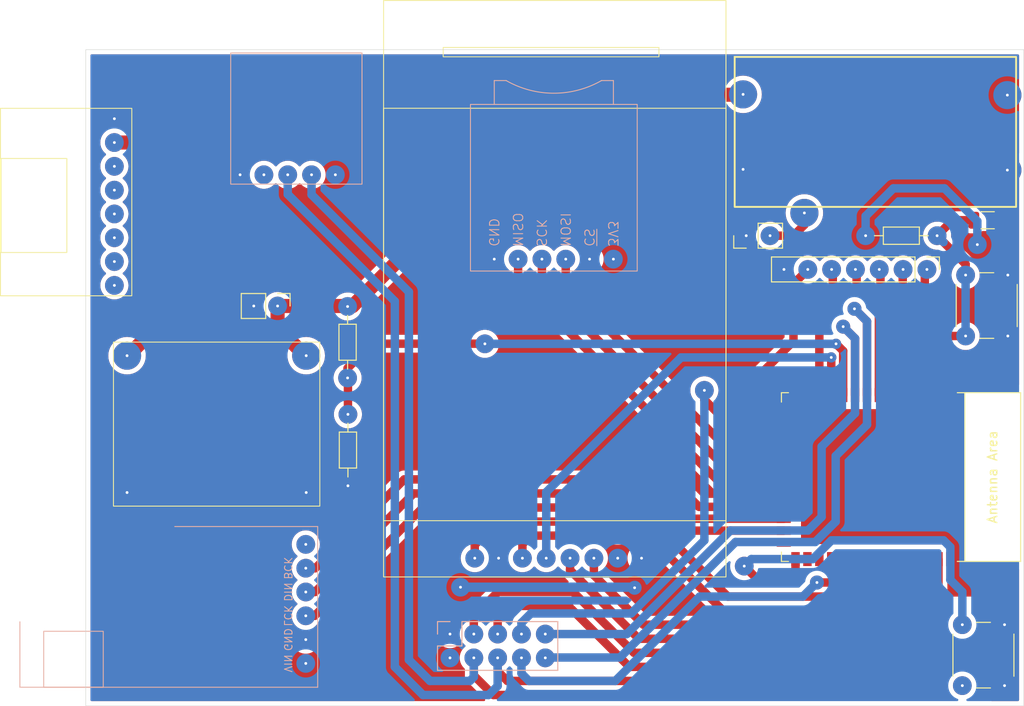
<source format=kicad_pcb>
(kicad_pcb (version 20240108) (generator "pcbnew") (generator_version "8.0")
  (layers (0 "F.Cu" signal) (31 "B.Cu" signal) (34 "B.Paste" user) (35 "F.Paste" user) (36 "B.SilkS" user "B.Silkscreen") (37 "F.SilkS" user "F.Silkscreen") (38 "B.Mask" user) (39 "F.Mask" user) (44 "Edge.Cuts" user))
  (net 0 "")
  (net 1 "DISP_RST")
  (net 2 "GND")
  (net 3 "Net-(U2-IO0)")
  (net 4 "Net-(J1-OUT+)")
  (net 5 "VBUS")
  (net 6 "GPIO38")
  (net 7 "GPIO16")
  (net 8 "GPIO10")
  (net 9 "RX_0")
  (net 10 "SCL")
  (net 11 "GPIO15")
  (net 12 "SDA")
  (net 13 "TX_0")
  (net 14 "+3V3")
  (net 15 "SD_MOSI")
  (net 16 "SD_SCK")
  (net 17 "SD_MISO")
  (net 18 "DIN")
  (net 19 "LRCK")
  (net 20 "BCK")
  (net 21 "VVAL")
  (net 22 "Net-(U1-EN)")
  (net 23 "DISP_MOSI")
  (net 24 "Net-(U2-EN)")
  (net 26 "BACK")
  (net 27 "DISP_SCK")
  (net 28 "LEFT")
  (net 29 "DISP_D{slash}C")
  (net 33 "OK")
  (net 34 "RIGHT")
  (net 35 "DOWN")
  (net 38 "DISP_BLK")
  (net 39 "UP")
  (footprint "display:IPS_240x320_2_inch" (layer "F.Cu") (at 173.270773 83.414421 180)
    (property "Reference" "U5" (hide yes))
    (property "Value" "~" (hide yes))
    (fp_rect (start -11.383899 28) (end 11.616101 29) (stroke (width 0.1)) (fill none) (layer "F.SilkS"))
    (fp_rect (start -18.529227 -21.489579) (end 17.970773 22.510421) (stroke (width 0.1)) (fill none) (layer "F.SilkS"))
    (fp_rect (start -18.529227 -27.489579) (end 17.970773 34.010421) (stroke (width 0.1)) (fill none) (layer "F.SilkS"))
    (pad "1" thru_hole circle (at -9.529227 -25.489579 180) (size 2 2) (drill 0.3) (layers "*.Cu" "*.Mask") (net 2 "GND"))
    (pad "2" thru_hole circle (at -6.989227 -25.489579 180) (size 2 2) (drill 0.3) (layers "*.Cu" "*.Mask") (net 14 "+3V3"))
    (pad "3" thru_hole circle (at -4.449227 -25.489579 180) (size 2 2) (drill 0.3) (layers "*.Cu" "*.Mask") (net 27 "DISP_SCK"))
    (pad "4" thru_hole circle (at -1.909227 -25.489579 180) (size 2 2) (drill 0.3) (layers "*.Cu" "*.Mask") (net 23 "DISP_MOSI"))
    (pad "5" thru_hole circle (at 0.630773 -25.489579 180) (size 2 2) (drill 0.3) (layers "*.Cu" "*.Mask") (net 1 "DISP_RST"))
    (pad "6" thru_hole circle (at 3.170773 -25.489579 180) (size 2 2) (drill 0.3) (layers "*.Cu" "*.Mask") (net 29 "DISP_D{slash}C"))
    (pad "7" thru_hole circle (at 5.710773 -25.489579 180) (size 2 2) (drill 0.3) (layers "*.Cu" "*.Mask") (net 2 "GND"))
    (pad "8" thru_hole circle (at 8.250773 -25.489579 180) (size 2 2) (drill 0.3) (layers "*.Cu" "*.Mask") (net 38 "DISP_BLK"))
  )
  (footprint "Connector_PinHeader_2.54mm:PinHeader_1x07_P2.54mm_Vertical" (layer "F.Cu") (at 213.225 78.1 -90)
    (property "Reference" "J4" (hide yes))
    (property "Value" "Conn_01x07" (hide yes))
    (fp_line (start -1.33 16.57) (end 1.33 16.57) (stroke (width 0.12)) (layer "F.SilkS"))
    (fp_line (start -1.33 1.27) (end -1.33 16.57) (stroke (width 0.12)) (layer "F.SilkS"))
    (fp_line (start -1.33 1.27) (end 1.33 1.27) (stroke (width 0.12)) (layer "F.SilkS"))
    (fp_line (start 1.33 1.27) (end 1.33 16.57) (stroke (width 0.12)) (layer "F.SilkS"))
    (fp_line (start -1.33 0) (end -1.33 -1.33) (stroke (width 0.12)) (layer "F.SilkS"))
    (fp_line (start -1.33 -1.33) (end 0 -1.33) (stroke (width 0.12)) (layer "F.SilkS"))
    (pad "1" thru_hole circle (at 0 0 270) (size 2 2) (drill 0.3) (layers "*.Cu" "*.Mask") (net 26 "BACK"))
    (pad "2" thru_hole circle (at 0 2.54 270) (size 2 2) (drill 0.3) (layers "*.Cu" "*.Mask") (net 39 "UP"))
    (pad "3" thru_hole circle (at 0 5.08 270) (size 2 2) (drill 0.3) (layers "*.Cu" "*.Mask") (net 35 "DOWN"))
    (pad "4" thru_hole circle (at 0 7.62 270) (size 2 2) (drill 0.3) (layers "*.Cu" "*.Mask") (net 28 "LEFT"))
    (pad "5" thru_hole circle (at 0 10.16 270) (size 2 2) (drill 0.3) (layers "*.Cu" "*.Mask") (net 34 "RIGHT"))
    (pad "6" thru_hole circle (at 0 12.7 270) (size 2 2) (drill 0.3) (layers "*.Cu" "*.Mask") (net 33 "OK"))
    (pad "7" thru_hole circle (at 0 15.24 270) (size 2 2) (drill 0.3) (layers "*.Cu" "*.Mask") (net 2 "GND"))
  )
  (footprint "Resistor_THT:R_Axial_DIN0204_L3.6mm_D1.6mm_P7.62mm_Horizontal" (layer "F.Cu") (at 214.31 74.5 180)
    (property "Reference" "R1" (hide yes))
    (property "Value" "10K")
    (fp_line (start 6.68 0) (end 5.73 0) (stroke (width 0.12)) (layer "F.SilkS"))
    (fp_line (start 5.73 0.92) (end 5.73 -0.92) (stroke (width 0.12)) (layer "F.SilkS"))
    (fp_line (start 5.73 -0.92) (end 1.89 -0.92) (stroke (width 0.12)) (layer "F.SilkS"))
    (fp_line (start 1.89 0.92) (end 5.73 0.92) (stroke (width 0.12)) (layer "F.SilkS"))
    (fp_line (start 1.89 -0.92) (end 1.89 0.92) (stroke (width 0.12)) (layer "F.SilkS"))
    (fp_line (start 0.94 0) (end 1.89 0) (stroke (width 0.12)) (layer "F.SilkS"))
    (pad "1" thru_hole circle (at 0 0 180) (size 2 2) (drill 0.3) (layers "*.Cu" "*.Mask") (net 24 "Net-(U2-EN)"))
    (pad "2" thru_hole circle (at 7.62 0 180) (size 2 2) (drill 0.3) (layers "*.Cu" "*.Mask") (net 14 "+3V3"))
  )
  (footprint "espressif:ESP32-S3-WROOM-1" (layer "F.Cu") (at 207.465 100.25 -90)
    (property "Reference" "U2" (hide yes))
    (property "Value" "ESP32-S3-WROOM-1" (hide yes))
    (fp_line (start -9 9.75) (end -8 9.75) (stroke (width 0.12)) (layer "F.SilkS"))
    (fp_line (start 9 9.75) (end 8 9.75) (stroke (width 0.12)) (layer "F.SilkS"))
    (fp_line (start -9 9) (end -9 9.75) (stroke (width 0.12)) (layer "F.SilkS"))
    (fp_line (start 9 9) (end 9 9.75) (stroke (width 0.12)) (layer "F.SilkS"))
    (fp_line (start 9 -9.81) (end -9 -9.81) (stroke (width 0.12)) (layer "F.SilkS"))
    (fp_line (start -9 -15.75) (end -9 -9) (stroke (width 0.12)) (layer "F.SilkS"))
    (fp_line (start -9 -15.75) (end 9 -15.75) (stroke (width 0.12)) (layer "F.SilkS"))
    (fp_line (start 9 -15.75) (end 9 -9) (stroke (width 0.12)) (layer "F.SilkS"))
    (fp_text user "Antenna Area" (at 0 -12.75 90) (layer "F.SilkS"))
    (pad "1" smd rect (at -8.75 -8.26 270) (size 1.5 0.9) (layers "F.Cu" "F.Paste" "F.Mask") (net 2 "GND"))
    (pad "2" smd rect (at -8.75 -6.99 270) (size 1.5 0.9) (layers "F.Cu" "F.Paste" "F.Mask") (net 14 "+3V3"))
    (pad "3" smd rect (at -8.75 -5.72 270) (size 1.5 0.9) (layers "F.Cu" "F.Paste" "F.Mask") (net 24 "Net-(U2-EN)"))
    (pad "4" smd rect (at -8.75 -4.45 270) (size 1.5 0.9) (layers "F.Cu" "F.Paste" "F.Mask") (net 26 "BACK"))
    (pad "5" smd rect (at -8.75 -3.18 270) (size 1.5 0.9) (layers "F.Cu" "F.Paste" "F.Mask") (net 39 "UP"))
    (pad "6" smd rect (at -8.75 -1.91 270) (size 1.5 0.9) (layers "F.Cu" "F.Paste" "F.Mask") (net 35 "DOWN"))
    (pad "7" smd rect (at -8.75 -0.64 270) (size 1.5 0.9) (layers "F.Cu" "F.Paste" "F.Mask") (net 28 "LEFT"))
    (pad "8" smd rect (at -8.75 0.63 270) (size 1.5 0.9) (layers "F.Cu" "F.Paste" "F.Mask") (net 11 "GPIO15"))
    (pad "9" smd rect (at -8.75 1.9 270) (size 1.5 0.9) (layers "F.Cu" "F.Paste" "F.Mask") (net 7 "GPIO16"))
    (pad "10" smd rect (at -8.75 3.17 270) (size 1.5 0.9) (layers "F.Cu" "F.Paste" "F.Mask") (net 21 "VVAL"))
    (pad "11" smd rect (at -8.75 4.44 270) (size 1.5 0.9) (layers "F.Cu" "F.Paste" "F.Mask") (net 1 "DISP_RST"))
    (pad "12" smd rect (at -8.75 5.71 270) (size 1.5 0.9) (layers "F.Cu" "F.Paste" "F.Mask") (net 34 "RIGHT"))
    (pad "13" smd rect (at -8.75 6.98 270) (size 1.5 0.9) (layers "F.Cu" "F.Paste" "F.Mask"))
    (pad "14" smd rect (at -8.75 8.25 270) (size 1.5 0.9) (layers "F.Cu" "F.Paste" "F.Mask"))
    (pad "15" smd rect (at -6.985 9.5) (size 1.5 0.9) (layers "F.Cu" "F.Paste" "F.Mask"))
    (pad "16" smd rect (at -5.715 9.5) (size 1.5 0.9) (layers "F.Cu" "F.Paste" "F.Mask"))
    (pad "17" smd rect (at -4.445 9.5) (size 1.5 0.9) (layers "F.Cu" "F.Paste" "F.Mask") (net 33 "OK"))
    (pad "18" smd rect (at -3.175 9.5) (size 1.5 0.9) (layers "F.Cu" "F.Paste" "F.Mask") (net 8 "GPIO10"))
    (pad "19" smd rect (at -1.905 9.5) (size 1.5 0.9) (layers "F.Cu" "F.Paste" "F.Mask") (net 15 "SD_MOSI"))
    (pad "20" smd rect (at -0.635 9.5) (size 1.5 0.9) (layers "F.Cu" "F.Paste" "F.Mask") (net 16 "SD_SCK"))
    (pad "21" smd rect (at 0.635 9.5) (size 1.5 0.9) (layers "F.Cu" "F.Paste" "F.Mask") (net 17 "SD_MISO"))
    (pad "22" smd rect (at 1.905 9.5) (size 1.5 0.9) (layers "F.Cu" "F.Paste" "F.Mask"))
    (pad "23" smd rect (at 3.175 9.5) (size 1.5 0.9) (layers "F.Cu" "F.Paste" "F.Mask") (net 20 "BCK"))
    (pad "24" smd rect (at 4.445 9.5) (size 1.5 0.9) (layers "F.Cu" "F.Paste" "F.Mask") (net 18 "DIN"))
    (pad "25" smd rect (at 5.715 9.5) (size 1.5 0.9) (layers "F.Cu" "F.Paste" "F.Mask") (net 19 "LRCK"))
    (pad "26" smd rect (at 6.985 9.5) (size 1.5 0.9) (layers "F.Cu" "F.Paste" "F.Mask"))
    (pad "27" smd rect (at 8.75 8.25 90) (size 1.5 0.9) (layers "F.Cu" "F.Paste" "F.Mask") (net 3 "Net-(U2-IO0)"))
    (pad "28" smd rect (at 8.75 6.98 90) (size 1.5 0.9) (layers "F.Cu" "F.Paste" "F.Mask"))
    (pad "29" smd rect (at 8.75 5.71 90) (size 1.5 0.9) (layers "F.Cu" "F.Paste" "F.Mask"))
    (pad "30" smd rect (at 8.75 4.44 90) (size 1.5 0.9) (layers "F.Cu" "F.Paste" "F.Mask"))
    (pad "31" smd rect (at 8.75 3.17 90) (size 1.5 0.9) (layers "F.Cu" "F.Paste" "F.Mask") (net 6 "GPIO38"))
    (pad "32" smd rect (at 8.75 1.9 90) (size 1.5 0.9) (layers "F.Cu" "F.Paste" "F.Mask") (net 38 "DISP_BLK"))
    (pad "33" smd rect (at 8.75 0.63 90) (size 1.5 0.9) (layers "F.Cu" "F.Paste" "F.Mask") (net 29 "DISP_D{slash}C"))
    (pad "34" smd rect (at 8.75 -0.64 90) (size 1.5 0.9) (layers "F.Cu" "F.Paste" "F.Mask") (net 27 "DISP_SCK"))
    (pad "35" smd rect (at 8.75 -1.91 90) (size 1.5 0.9) (layers "F.Cu" "F.Paste" "F.Mask") (net 23 "DISP_MOSI"))
    (pad "36" smd rect (at 8.75 -3.18 90) (size 1.5 0.9) (layers "F.Cu" "F.Paste" "F.Mask") (net 9 "RX_0"))
    (pad "37" smd rect (at 8.75 -4.45 90) (size 1.5 0.9) (layers "F.Cu" "F.Paste" "F.Mask") (net 13 "TX_0"))
    (pad "38" smd rect (at 8.75 -5.72 90) (size 1.5 0.9) (layers "F.Cu" "F.Paste" "F.Mask") (net 10 "SCL"))
    (pad "39" smd rect (at 8.75 -6.99 90) (size 1.5 0.9) (layers "F.Cu" "F.Paste" "F.Mask") (net 12 "SDA"))
    (pad "40" smd rect (at 8.75 -8.26 90) (size 1.5 0.9) (layers "F.Cu" "F.Paste" "F.Mask") (net 2 "GND"))
    (pad "41" smd rect (at -2.9 -1.94 90) (size 0.9 0.9) (layers "F.Cu" "F.Paste" "F.Mask") (net 2 "GND"))
    (pad "41" smd rect (at -2.9 -0.54 90) (size 0.9 0.9) (layers "F.Cu" "F.Paste" "F.Mask") (net 2 "GND"))
    (pad "41" smd rect (at -2.9 0.86 90) (size 0.9 0.9) (layers "F.Cu" "F.Paste" "F.Mask") (net 2 "GND"))
    (pad "41" smd rect (at -2.9 0.86 90) (size 0.9 0.9) (layers "F.Cu" "F.Paste" "F.Mask") (net 2 "GND"))
    (pad "41" smd rect (at -1.5 -1.94 90) (size 0.9 0.9) (layers "F.Cu" "F.Paste" "F.Mask") (net 2 "GND"))
    (pad "41" smd rect (at -1.5 -1.94 90) (size 0.9 0.9) (layers "F.Cu" "F.Paste" "F.Mask") (net 2 "GND"))
    (pad "41" smd rect (at -1.5 -0.54 90) (size 0.9 0.9) (layers "F.Cu" "F.Paste" "F.Mask") (net 2 "GND"))
    (pad "41" smd rect (at -1.5 0.86 90) (size 0.9 0.9) (layers "F.Cu" "F.Paste" "F.Mask") (net 2 "GND"))
    (pad "41" smd rect (at -0.1 -1.94 90) (size 0.9 0.9) (layers "F.Cu" "F.Paste" "F.Mask") (net 2 "GND"))
    (pad "41" smd rect (at -0.1 -0.54 90) (size 0.9 0.9) (layers "F.Cu" "F.Paste" "F.Mask") (net 2 "GND"))
    (pad "41" smd rect (at -0.1 0.86 90) (size 0.9 0.9) (layers "F.Cu" "F.Paste" "F.Mask") (net 2 "GND"))
    (zone (net 0) (net_name "") (layers "*.Cu") (name "antenna keepout") (connect_pads (clearance 0)) (min_thickness 0.254)
      (keepout (tracks not_allowed) (vias not_allowed) (pads not_allowed) (copperpour not_allowed) (footprints not_allowed))
      (fill (thermal_gap 0.508) (thermal_bridge_width 0.508))
      (polygon (pts (xy 217.265 109.25) (xy 217.265 91.25) (xy 223.215 91.25) (xy 223.215 109.25)))
    )
  )
  (footprint "Resistor_THT:R_Axial_DIN0204_L3.6mm_D1.6mm_P7.62mm_Horizontal" (layer "F.Cu") (at 151.461673 89.67488 90)
    (property "Reference" "R2" (hide yes))
    (property "Value" "33K")
    (fp_line (start 5.73 -0.92) (end 1.89 -0.92) (stroke (width 0.12)) (layer "F.SilkS"))
    (fp_line (start 1.89 -0.92) (end 1.89 0.92) (stroke (width 0.12)) (layer "F.SilkS"))
    (fp_line (start 6.68 0) (end 5.73 0) (stroke (width 0.12)) (layer "F.SilkS"))
    (fp_line (start 0.94 0) (end 1.89 0) (stroke (width 0.12)) (layer "F.SilkS"))
    (fp_line (start 5.73 0.92) (end 5.73 -0.92) (stroke (width 0.12)) (layer "F.SilkS"))
    (fp_line (start 1.89 0.92) (end 5.73 0.92) (stroke (width 0.12)) (layer "F.SilkS"))
    (pad "1" thru_hole circle (at 0 0 90) (size 2 2) (drill 0.3) (layers "*.Cu" "*.Mask") (net 21 "VVAL"))
    (pad "2" thru_hole circle (at 7.62 0 90) (size 2 2) (drill 0.3) (layers "*.Cu" "*.Mask") (net 4 "Net-(J1-OUT+)"))
  )
  (footprint "Capacitor_SMD:C_1206_3216Metric" (layer "F.Cu") (at 219.7 72.85)
    (property "Reference" "C1" (hide yes))
    (property "Value" "1uF")
    (fp_line (start -0.711252 -0.91) (end 0.711252 -0.91) (stroke (width 0.12)) (layer "F.SilkS"))
    (fp_line (start -0.711252 0.91) (end 0.711252 0.91) (stroke (width 0.12)) (layer "F.SilkS"))
    (pad "1" smd roundrect (at -1.475 0) (size 1.15 1.8) (layers "F.Cu" "F.Paste" "F.Mask") (roundrect_rratio 0.217391) (net 24 "Net-(U2-EN)"))
    (pad "2" smd roundrect (at 1.475 0) (size 1.15 1.8) (layers "F.Cu" "F.Paste" "F.Mask") (roundrect_rratio 0.217391) (net 2 "GND"))
  )
  (footprint "Button_Switch_THT:SW_PUSH_6mm" (layer "F.Cu") (at 221.5 116 -90)
    (property "Reference" "SW3" (hide yes))
    (property "Value" "Select")
    (fp_line (start 1 5.5) (end 5.5 5.5) (stroke (width 0.12)) (layer "F.SilkS"))
    (fp_line (start 6.75 3) (end 6.75 1.5) (stroke (width 0.12)) (layer "F.SilkS"))
    (fp_line (start -0.25 1.5) (end -0.25 3) (stroke (width 0.12)) (layer "F.SilkS"))
    (fp_line (start 5.5 -1) (end 1 -1) (stroke (width 0.12)) (layer "F.SilkS"))
    (pad "1" thru_hole circle (at 0 0) (size 2 2) (drill 0.3) (layers "*.Cu" "*.Mask") (net 2 "GND"))
    (pad "1" thru_hole circle (at 6.5 0) (size 2 2) (drill 0.3) (layers "*.Cu" "*.Mask") (net 2 "GND"))
    (pad "2" thru_hole circle (at 0 4.5) (size 2 2) (drill 0.3) (layers "*.Cu" "*.Mask") (net 3 "Net-(U2-IO0)"))
    (pad "2" thru_hole circle (at 6.5 4.5) (size 2 2) (drill 0.3) (layers "*.Cu" "*.Mask") (net 3 "Net-(U2-IO0)"))
  )
  (footprint "usb:Connector_Type_C" (layer "F.Cu") (at 121.455495 70.910325 90)
    (property "Reference" "U3" (hide yes))
    (property "Value" "USB TYPE-C to PCB")
    (fp_rect (start -10 -7) (end 10 7) (stroke (width 0.1)) (fill none) (layer "F.SilkS"))
    (fp_rect (start -5.3848 -6.9342) (end 4.6482 0.0762) (stroke (width 0.1)) (fill none) (layer "F.SilkS"))
    (pad "1" thru_hole circle (at -8.889675 5.144505 90) (size 2 2) (drill 0.3) (layers "*.Cu" "*.Mask"))
    (pad "2" thru_hole circle (at -6.349675 5.144505 90) (size 2 2) (drill 0.3) (layers "*.Cu" "*.Mask"))
    (pad "3" thru_hole circle (at -3.809675 5.144505 90) (size 2 2) (drill 0.3) (layers "*.Cu" "*.Mask"))
    (pad "4" thru_hole circle (at -1.269675 5.144505 90) (size 2 2) (drill 0.3) (layers "*.Cu" "*.Mask"))
    (pad "5" thru_hole circle (at 1.270325 5.144505 90) (size 2 2) (drill 0.3) (layers "*.Cu" "*.Mask"))
    (pad "6" thru_hole circle (at 3.810325 5.144505 90) (size 2 2) (drill 0.3) (layers "*.Cu" "*.Mask"))
    (pad "7" thru_hole circle (at 6.350325 5.144505 90) (size 2 2) (drill 0.3) (layers "*.Cu" "*.Mask") (net 5 "VBUS"))
    (pad "8" thru_hole circle (at 8.890325 5.144505 90) (size 2 2) (drill 0.3) (layers "*.Cu" "*.Mask") (net 2 "GND"))
  )
  (footprint "power_module:XL63070_module" (layer "F.Cu") (at 207.731962 63.426278)
    (property "Reference" "U1" (hide yes))
    (property "Value" "xl63070_back/boost_module")
    (fp_rect (start -15 -8) (end 15 8) (stroke (width 0.2)) (fill none) (layer "F.SilkS"))
    (pad "1" thru_hole circle (at -14.106283 -4.003041) (size 3 3) (drill 0.3) (layers "*.Cu" "*.Mask") (net 4 "Net-(J1-OUT+)"))
    (pad "2" thru_hole circle (at -14.106283 3.996959) (size 3 3) (drill 0.3) (layers "*.Cu" "*.Mask") (net 2 "GND"))
    (pad "2" thru_hole circle (at 14.068038 4.073722) (size 3 3) (drill 0.3) (layers "*.Cu" "*.Mask") (net 2 "GND"))
    (pad "3" thru_hole circle (at 14.068038 -3.926278) (size 3 3) (drill 0.3) (layers "*.Cu" "*.Mask") (net 14 "+3V3"))
    (pad "4" thru_hole circle (at -7.57081 8.646641) (size 3 3) (drill 0.3) (layers "*.Cu" "*.Mask") (net 22 "Net-(U1-EN)"))
  )
  (footprint "Button_Switch_THT:SW_PUSH_6mm" (layer "F.Cu") (at 221.85 78.7 -90)
    (property "Reference" "SW1" (hide yes))
    (property "Value" "Reset")
    (fp_line (start 1 5.5) (end 5.5 5.5) (stroke (width 0.12)) (layer "F.SilkS"))
    (fp_line (start 6.75 3) (end 6.75 1.5) (stroke (width 0.12)) (layer "F.SilkS"))
    (fp_line (start -0.25 1.5) (end -0.25 3) (stroke (width 0.12)) (layer "F.SilkS"))
    (fp_line (start 5.5 -1) (end 1 -1) (stroke (width 0.12)) (layer "F.SilkS"))
    (pad "1" thru_hole circle (at 0 0) (size 2 2) (drill 0.3) (layers "*.Cu" "*.Mask") (net 2 "GND"))
    (pad "1" thru_hole circle (at 6.5 0) (size 2 2) (drill 0.3) (layers "*.Cu" "*.Mask") (net 2 "GND"))
    (pad "2" thru_hole circle (at 0 4.5) (size 2 2) (drill 0.3) (layers "*.Cu" "*.Mask") (net 24 "Net-(U2-EN)"))
    (pad "2" thru_hole circle (at 6.5 4.5) (size 2 2) (drill 0.3) (layers "*.Cu" "*.Mask") (net 24 "Net-(U2-EN)"))
  )
  (footprint "Connector_PinHeader_2.54mm:PinHeader_1x02_P2.54mm_Vertical" (layer "F.Cu") (at 144 82 -90)
    (property "Reference" "J2" (hide yes))
    (property "Value" "Bat")
    (fp_line (start -1.33 3.87) (end 1.33 3.87) (stroke (width 0.12)) (layer "F.SilkS"))
    (fp_line (start -1.33 1.27) (end -1.33 3.87) (stroke (width 0.12)) (layer "F.SilkS"))
    (fp_line (start -1.33 1.27) (end 1.33 1.27) (stroke (width 0.12)) (layer "F.SilkS"))
    (fp_line (start 1.33 1.27) (end 1.33 3.87) (stroke (width 0.12)) (layer "F.SilkS"))
    (fp_line (start -1.33 0) (end -1.33 -1.33) (stroke (width 0.12)) (layer "F.SilkS"))
    (fp_line (start -1.33 -1.33) (end 0 -1.33) (stroke (width 0.12)) (layer "F.SilkS"))
    (pad "1" thru_hole circle (at 0 0 270) (size 2 2) (drill 0.3) (layers "*.Cu" "*.Mask") (net 4 "Net-(J1-OUT+)"))
    (pad "2" thru_hole circle (at 0 2.54 270) (size 2 2) (drill 0.3) (layers "*.Cu" "*.Mask") (net 2 "GND"))
  )
  (footprint "Resistor_THT:R_Axial_DIN0204_L3.6mm_D1.6mm_P7.62mm_Horizontal" (layer "F.Cu") (at 151.5 101.17976 90)
    (property "Reference" "R3" (hide yes))
    (property "Value" "100K")
    (fp_line (start 5.73 -0.92) (end 1.89 -0.92) (stroke (width 0.12)) (layer "F.SilkS"))
    (fp_line (start 1.89 -0.92) (end 1.89 0.92) (stroke (width 0.12)) (layer "F.SilkS"))
    (fp_line (start 6.68 0) (end 5.73 0) (stroke (width 0.12)) (layer "F.SilkS"))
    (fp_line (start 0.94 0) (end 1.89 0) (stroke (width 0.12)) (layer "F.SilkS"))
    (fp_line (start 5.73 0.92) (end 5.73 -0.92) (stroke (width 0.12)) (layer "F.SilkS"))
    (fp_line (start 1.89 0.92) (end 5.73 0.92) (stroke (width 0.12)) (layer "F.SilkS"))
    (pad "1" thru_hole circle (at 0 0 90) (size 2 2) (drill 0.3) (layers "*.Cu" "*.Mask") (net 2 "GND"))
    (pad "2" thru_hole circle (at 7.62 0 90) (size 2 2) (drill 0.3) (layers "*.Cu" "*.Mask") (net 21 "VVAL"))
  )
  (footprint "power_module:Charge_Controller_TP4056_WO_Protect" (layer "F.Cu") (at 137.0682 93.115121)
    (property "Reference" "J1" (hide yes))
    (property "Value" "~" (hide yes))
    (fp_rect (start -10.5682 -7.265121) (end 11.4318 10.234879) (stroke (width 0.1)) (fill none) (layer "F.SilkS"))
    (pad "1" thru_hole circle (at -9.1182 -5.815121) (size 3 3) (drill 0.3) (layers "*.Cu" "*.Mask") (net 5 "VBUS"))
    (pad "2" thru_hole circle (at -9.1182 8.784879) (size 3 3) (drill 0.3) (layers "*.Cu" "*.Mask") (net 2 "GND"))
    (pad "3" thru_hole circle (at 9.9818 -5.815121) (size 3 3) (drill 0.3) (layers "*.Cu" "*.Mask") (net 4 "Net-(J1-OUT+)"))
    (pad "4" thru_hole circle (at 9.9818 8.784879) (size 3 3) (drill 0.3) (layers "*.Cu" "*.Mask") (net 2 "GND"))
  )
  (footprint "Connector_PinHeader_2.54mm:PinHeader_1x02_P2.54mm_Vertical" (layer "F.Cu") (at 193.96 74.5 90)
    (property "Reference" "SW2" (hide yes))
    (property "Value" "SW_Push" (hide yes))
    (fp_line (start -1.33 -1.33) (end 0 -1.33) (stroke (width 0.12)) (layer "F.SilkS"))
    (fp_line (start -1.33 0) (end -1.33 -1.33) (stroke (width 0.12)) (layer "F.SilkS"))
    (fp_line (start 1.33 1.27) (end 1.33 3.87) (stroke (width 0.12)) (layer "F.SilkS"))
    (fp_line (start -1.33 1.27) (end 1.33 1.27) (stroke (width 0.12)) (layer "F.SilkS"))
    (fp_line (start -1.33 1.27) (end -1.33 3.87) (stroke (width 0.12)) (layer "F.SilkS"))
    (fp_line (start -1.33 3.87) (end 1.33 3.87) (stroke (width 0.12)) (layer "F.SilkS"))
    (pad "1" thru_hole circle (at 0 0 90) (size 2 2) (drill 0.3) (layers "*.Cu" "*.Mask") (net 2 "GND"))
    (pad "2" thru_hole circle (at 0 2.54 90) (size 2 2) (drill 0.3) (layers "*.Cu" "*.Mask") (net 22 "Net-(U1-EN)"))
  )
  (footprint "audio:PCM5102A-I2S-Module" (layer "B.Cu") (at 148.275 105.5275 180)
    (property "Reference" "J6" (hide yes))
    (property "Value" "PCM5102A" (hide yes))
    (fp_line (start 31.75 -10.16) (end 31.75 -17.145) (stroke (width 0.1)) (layer "B.SilkS"))
    (fp_line (start 31.75 -17.145) (end 0 -17.145) (stroke (width 0.1)) (layer "B.SilkS"))
    (fp_line (start 0 0) (end 15.24 0) (stroke (width 0.1)) (layer "B.SilkS"))
    (fp_line (start 0 -17.145) (end 0 0) (stroke (width 0.1)) (layer "B.SilkS"))
    (fp_rect (start 29.21 -17.145) (end 22.86 -11.176) (stroke (width 0.1)) (fill none) (layer "B.SilkS"))
    (fp_text user "DIN" (at 3.175 -6.985 -90) (layer "B.SilkS") (effects (font (size 0.8 0.8) (thickness 0.1)) (justify mirror)))
    (fp_text user "VIN" (at 3.175 -14.605 -90) (layer "B.SilkS") (effects (font (size 0.8 0.8) (thickness 0.1)) (justify mirror)))
    (fp_text user "GND" (at 3.175 -12.065 -90) (layer "B.SilkS") (effects (font (size 0.8 0.8) (thickness 0.1)) (justify mirror)))
    (fp_text user "LCK" (at 3.175 -9.525 -90) (layer "B.SilkS") (effects (font (size 0.8 0.8) (thickness 0.1)) (justify mirror)))
    (fp_text user "BCK" (at 3.175 -4.445 -90) (layer "B.SilkS") (effects (font (size 0.8 0.8) (thickness 0.1)) (justify mirror)))
    (pad "1" thru_hole circle (at 1.27 -1.905 180) (size 2 2) (drill 0.3) (layers "*.Cu" "*.Mask"))
    (pad "2" thru_hole circle (at 1.27 -4.445 180) (size 2 2) (drill 0.3) (layers "*.Cu" "*.Mask") (net 20 "BCK"))
    (pad "3" thru_hole circle (at 1.27 -6.985 180) (size 2 2) (drill 0.3) (layers "*.Cu" "*.Mask") (net 18 "DIN"))
    (pad "4" thru_hole circle (at 1.27 -9.525 180) (size 2 2) (drill 0.3) (layers "*.Cu" "*.Mask") (net 19 "LRCK"))
    (pad "5" thru_hole circle (at 1.27 -12.065 180) (size 2 2) (drill 0.3) (layers "*.Cu" "*.Mask") (net 2 "GND"))
    (pad "6" thru_hole circle (at 1.27 -14.605 180) (size 2 2) (drill 0.3) (layers "*.Cu" "*.Mask") (net 14 "+3V3"))
  )
  (footprint "Connector_PinHeader_2.54mm:PinHeader_2x05_P2.54mm_Vertical" (layer "B.Cu") (at 162.38 117 -90)
    (property "Reference" "J3" (hide yes))
    (property "Value" "Conn_02x05_Odd_Even" (hide yes))
    (fp_line (start -1.33 1.33) (end -1.33 0) (stroke (width 0.12)) (layer "B.SilkS"))
    (fp_line (start 0 1.33) (end -1.33 1.33) (stroke (width 0.12)) (layer "B.SilkS"))
    (fp_line (start 1.27 1.33) (end 1.27 -1.27) (stroke (width 0.12)) (layer "B.SilkS"))
    (fp_line (start 3.87 1.33) (end 1.27 1.33) (stroke (width 0.12)) (layer "B.SilkS"))
    (fp_line (start 1.27 -1.27) (end -1.33 -1.27) (stroke (width 0.12)) (layer "B.SilkS"))
    (fp_line (start -1.33 -11.49) (end -1.33 -1.27) (stroke (width 0.12)) (layer "B.SilkS"))
    (fp_line (start 3.87 -11.49) (end 3.87 1.33) (stroke (width 0.12)) (layer "B.SilkS"))
    (fp_line (start 3.87 -11.49) (end -1.33 -11.49) (stroke (width 0.12)) (layer "B.SilkS"))
    (pad "1" thru_hole circle (at 0 0 270) (size 2 2) (drill 0.3) (layers "*.Cu" "*.Mask") (net 2 "GND"))
    (pad "2" thru_hole circle (at 2.54 0 270) (size 2 2) (drill 0.3) (layers "*.Cu" "*.Mask") (net 14 "+3V3"))
    (pad "3" thru_hole circle (at 0 -2.54 270) (size 2 2) (drill 0.3) (layers "*.Cu" "*.Mask") (net 9 "RX_0"))
    (pad "4" thru_hole circle (at 2.54 -2.54 270) (size 2 2) (drill 0.3) (layers "*.Cu" "*.Mask") (net 12 "SDA"))
    (pad "5" thru_hole circle (at 0 -5.08 270) (size 2 2) (drill 0.3) (layers "*.Cu" "*.Mask") (net 13 "TX_0"))
    (pad "6" thru_hole circle (at 2.54 -5.08 270) (size 2 2) (drill 0.3) (layers "*.Cu" "*.Mask") (net 10 "SCL"))
    (pad "7" thru_hole circle (at 0 -7.62 270) (size 2 2) (drill 0.3) (layers "*.Cu" "*.Mask") (net 8 "GPIO10"))
    (pad "8" thru_hole circle (at 2.54 -7.62 270) (size 2 2) (drill 0.3) (layers "*.Cu" "*.Mask") (net 6 "GPIO38"))
    (pad "9" thru_hole circle (at 0 -10.16 270) (size 2 2) (drill 0.3) (layers "*.Cu" "*.Mask") (net 7 "GPIO16"))
    (pad "10" thru_hole circle (at 2.54 -10.16 270) (size 2 2) (drill 0.3) (layers "*.Cu" "*.Mask") (net 11 "GPIO15"))
  )
  (footprint "sd_module:MicroSD-Adapter-3v3" (layer "B.Cu") (at 182.34 78.27 90)
    (property "Reference" "J5" (hide yes))
    (property "Value" "uSD" (hide yes))
    (fp_line (start 20.32 -15.24) (end 17.78 -15.24) (stroke (width 0.1)) (layer "B.SilkS"))
    (fp_line (start 20.32 -13.97) (end 20.32 -15.24) (stroke (width 0.1)) (layer "B.SilkS"))
    (fp_line (start 20.32 -3.81) (end 20.32 -2.54) (stroke (width 0.1)) (layer "B.SilkS"))
    (fp_line (start 20.32 -2.54) (end 17.78 -2.54) (stroke (width 0.1)) (layer "B.SilkS"))
    (fp_rect (start 17.78 -17.78) (end 0 0) (stroke (width 0.1)) (fill none) (layer "B.SilkS"))
    (fp_arc (start 20.32 -3.81) (mid 18.970933 -8.89) (end 20.32 -13.97) (stroke (width 0.1)) (layer "B.SilkS"))
    (fp_text user "3V3" (at 2.54 -3.175 -90) (layer "B.SilkS") (effects (font (thickness 0.1)) (justify left bottom mirror)))
    (fp_text user "GND" (at 2.54 -15.875 -90) (layer "B.SilkS") (effects (font (thickness 0.1)) (justify left bottom mirror)))
    (fp_text user "SCK" (at 2.54 -10.795 -90) (layer "B.SilkS") (effects (font (thickness 0.1)) (justify left bottom mirror)))
    (fp_text user "MISO" (at 2.54 -13.335 -90) (layer "B.SilkS") (effects (font (thickness 0.1)) (justify left bottom mirror)))
    (fp_text user "MOSI" (at 2.54 -8.255 -90) (layer "B.SilkS") (effects (font (thickness 0.1)) (justify left bottom mirror)))
    (fp_text user "~{CS}" (at 2.54 -5.715 -90) (layer "B.SilkS") (effects (font (thickness 0.1)) (justify left bottom mirror)))
    (pad "1" thru_hole circle (at 1.27 -2.54 90) (size 2 2) (drill 0.3) (layers "*.Cu" "*.Mask") (net 14 "+3V3"))
    (pad "2" thru_hole circle (at 1.27 -5.08 90) (size 2 2) (drill 0.3) (layers "*.Cu" "*.Mask") (net 2 "GND"))
    (pad "3" thru_hole circle (at 1.27 -7.62 90) (size 2 2) (drill 0.3) (layers "*.Cu" "*.Mask") (net 15 "SD_MOSI"))
    (pad "4" thru_hole circle (at 1.27 -10.16 90) (size 2 2) (drill 0.3) (layers "*.Cu" "*.Mask") (net 16 "SD_SCK"))
    (pad "5" thru_hole circle (at 1.27 -12.7 90) (size 2 2) (drill 0.3) (layers "*.Cu" "*.Mask") (net 17 "SD_MISO"))
    (pad "6" thru_hole circle (at 1.27 -15.24 90) (size 2 2) (drill 0.3) (layers "*.Cu" "*.Mask") (net 2 "GND"))
  )
  (footprint "RTC_module:DS3231SN_module" (layer "B.Cu") (at 146 62 180)
    (property "Reference" "U4" (hide yes))
    (property "Value" "DS3231SN_module" (hide yes))
    (fp_rect (start 7 -7) (end -7 7) (stroke (width 0.1)) (fill none) (layer "B.SilkS"))
    (pad "1" thru_hole circle (at -4.16 -6 180) (size 2 2) (drill 0.3) (layers "*.Cu" "*.Mask") (net 14 "+3V3"))
    (pad "2" thru_hole circle (at -1.62 -6 180) (size 2 2) (drill 0.3) (layers "*.Cu" "*.Mask") (net 12 "SDA"))
    (pad "3" thru_hole circle (at 0.92 -6 180) (size 2 2) (drill 0.3) (layers "*.Cu" "*.Mask") (net 10 "SCL"))
    (pad "4" thru_hole circle (at 3.46 -6 180) (size 2 2) (drill 0.3) (layers "*.Cu" "*.Mask"))
    (pad "5" thru_hole circle (at 6 -6 180) (size 2 2) (drill 0.3) (layers "*.Cu" "*.Mask") (net 2 "GND"))
  )
  (gr_rect (start 123.55 54.654) (end 223.55 124.654) (stroke (width 0.05)) (fill none) (layer "Edge.Cuts"))
  (segment (start 203.025 87.486434) (end 203.025 91.5) (width 0.9) (layer "F.Cu") (net 1))
  (via (at 203.025 87.486434) (size 1.1) (drill 0.3) (layers "F.Cu" "B.Cu") (net 1))
  (segment (start 187.013566 87.486434) (end 172.64 101.86) (width 0.9) (layer "B.Cu") (net 1))
  (segment (start 172.64 101.86) (end 172.64 108.904) (width 0.9) (layer "B.Cu") (net 1))
  (segment (start 203.025 87.486434) (end 187.013566 87.486434) (width 0.9) (layer "B.Cu") (net 1))
  (segment (start 199.215 110.785) (end 199.215 109) (width 0.9) (layer "F.Cu") (net 3))
  (segment (start 195.5 111.5) (end 198.5 111.5) (width 0.9) (layer "F.Cu") (net 3))
  (segment (start 193.75 109.75) (end 195.5 111.5) (width 0.9) (layer "F.Cu") (net 3))
  (segment (start 198.5 111.5) (end 199.215 110.785) (width 0.9) (layer "F.Cu") (net 3))
  (segment (start 194.5 110.5) (end 193.75 109.75) (width 0.9) (layer "F.Cu") (net 3))
  (via (at 193.75 109.75) (size 2) (drill 0.3) (layers "F.Cu" "B.Cu") (net 3))
  (segment (start 217 112.5) (end 217 116) (width 0.9) (layer "B.Cu") (net 3))
  (segment (start 193.75 109.75) (end 194.5 109) (width 0.9) (layer "B.Cu") (net 3))
  (segment (start 194.5 109) (end 201.055634 109) (width 0.9) (layer "B.Cu") (net 3))
  (segment (start 215.721758 111.221758) (end 217 112.5) (width 0.9) (layer "B.Cu") (net 3))
  (segment (start 215.721758 107.721758) (end 215.721758 111.221758) (width 0.9) (layer "B.Cu") (net 3))
  (segment (start 215 107) (end 215.721758 107.721758) (width 0.9) (layer "B.Cu") (net 3))
  (segment (start 201.055634 109) (end 203.055634 107) (width 0.9) (layer "B.Cu") (net 3))
  (segment (start 203.055634 107) (end 215 107) (width 0.9) (layer "B.Cu") (net 3))
  (segment (start 184 66.5) (end 191.040293 59.459707) (width 1.5) (layer "F.Cu") (net 4))
  (segment (start 167.5 66.5) (end 184 66.5) (width 1.5) (layer "F.Cu") (net 4))
  (segment (start 152 82) (end 167.5 66.5) (width 1.5) (layer "F.Cu") (net 4))
  (segment (start 144 84.348902) (end 146.951531 87.300433) (width 1.5) (layer "F.Cu") (net 4))
  (segment (start 144 82) (end 152 82) (width 1.5) (layer "F.Cu") (net 4))
  (segment (start 144 82) (end 144 84.348902) (width 1.5) (layer "F.Cu") (net 4))
  (segment (start 191.040293 59.459707) (end 193.67766 59.459707) (width 1.5) (layer "F.Cu") (net 4))
  (segment (start 130.5 84.841191) (end 128.046737 87.294454) (width 1.5) (layer "F.Cu") (net 5))
  (segment (start 126.6 64.56) (end 129.44 64.56) (width 1.5) (layer "F.Cu") (net 5))
  (segment (start 129.44 64.56) (end 130.5 65.62) (width 1.5) (layer "F.Cu") (net 5))
  (segment (start 130.5 65.62) (end 130.5 84.841191) (width 1.5) (layer "F.Cu") (net 5))
  (segment (start 203.445 111.5) (end 204.295 110.65) (width 0.9) (layer "F.Cu") (net 6))
  (segment (start 201.5 111.5) (end 203.445 111.5) (width 0.9) (layer "F.Cu") (net 6))
  (segment (start 204.295 110.65) (end 204.295 109) (width 0.9) (layer "F.Cu") (net 6))
  (via (at 201.5 111.5) (size 1.5) (drill 0.3) (layers "F.Cu" "B.Cu") (net 6))
  (segment (start 170.8 122) (end 170 121.2) (width 0.9) (layer "B.Cu") (net 6))
  (segment (start 180 122) (end 170.8 122) (width 0.9) (layer "B.Cu") (net 6))
  (segment (start 201.5 111.5) (end 200 113) (width 0.9) (layer "B.Cu") (net 6))
  (segment (start 200 113) (end 189 113) (width 0.9) (layer "B.Cu") (net 6))
  (segment (start 189 113) (end 180 122) (width 0.9) (layer "B.Cu") (net 6))
  (segment (start 170 121.2) (end 170 119.54) (width 0.9) (layer "B.Cu") (net 6))
  (segment (start 204.297917 84.202083) (end 205.565 85.469166) (width 0.9) (layer "F.Cu") (net 7))
  (segment (start 205.565 85.469166) (end 205.565 91.5) (width 0.9) (layer "F.Cu") (net 7))
  (via (at 204.297917 84.202083) (size 1.5) (drill 0.3) (layers "F.Cu" "B.Cu") (net 7))
  (segment (start 200.548656 105.951344) (end 192.274751 105.951344) (width 0.9) (layer "B.Cu") (net 7))
  (segment (start 192.274751 105.951344) (end 181.226095 117) (width 0.9) (layer "B.Cu") (net 7))
  (segment (start 202 104.5) (end 200.548656 105.951344) (width 0.9) (layer "B.Cu") (net 7))
  (segment (start 204.297917 84.202083) (end 205.56184 85.466006) (width 0.9) (layer "B.Cu") (net 7))
  (segment (start 181.226095 117) (end 172.54 117) (width 0.9) (layer "B.Cu") (net 7))
  (segment (start 205.56184 93.43816) (end 202 97) (width 0.9) (layer "B.Cu") (net 7))
  (segment (start 205.56184 85.466006) (end 205.56184 93.43816) (width 0.9) (layer "B.Cu") (net 7))
  (segment (start 202 97) (end 202 104.5) (width 0.9) (layer "B.Cu") (net 7))
  (segment (start 197.965 97.075) (end 194.575 97.075) (width 0.9) (layer "F.Cu") (net 8))
  (segment (start 194.575 97.075) (end 189.5 92) (width 0.9) (layer "F.Cu") (net 8))
  (segment (start 189.5 92) (end 189.5 91) (width 0.9) (layer "F.Cu") (net 8))
  (via (at 189.5 91) (size 2) (drill 0.3) (layers "F.Cu" "B.Cu") (net 8))
  (segment (start 181.7 114.8) (end 171 114.8) (width 0.9) (layer "B.Cu") (net 8))
  (segment (start 189.5 107) (end 181.7 114.8) (width 0.9) (layer "B.Cu") (net 8))
  (segment (start 170 115.8) (end 170 117) (width 0.9) (layer "B.Cu") (net 8))
  (segment (start 171 114.8) (end 170 115.8) (width 0.9) (layer "B.Cu") (net 8))
  (segment (start 189.5 91) (end 189.5 107) (width 0.9) (layer "B.Cu") (net 8))
  (segment (start 182 119) (end 175.5 112.5) (width 0.9) (layer "F.Cu") (net 9))
  (segment (start 167.5 112.5) (end 164.92 115.08) (width 0.9) (layer "F.Cu") (net 9))
  (segment (start 164.92 115.08) (end 164.92 117) (width 0.9) (layer "F.Cu") (net 9))
  (segment (start 210.645 109) (end 210.645 114.382817) (width 0.9) (layer "F.Cu") (net 9))
  (segment (start 210.645 114.382817) (end 206.027817 119) (width 0.9) (layer "F.Cu") (net 9))
  (segment (start 175.5 112.5) (end 167.5 112.5) (width 0.9) (layer "F.Cu") (net 9))
  (segment (start 206.027817 119) (end 182 119) (width 0.9) (layer "F.Cu") (net 9))
  (segment (start 213.185 109) (end 213.185 115.815) (width 0.9) (layer "F.Cu") (net 10))
  (segment (start 167.46 120.96) (end 167.46 119.54) (width 0.9) (layer "F.Cu") (net 10))
  (segment (start 168.5 122) (end 167.46 120.96) (width 0.9) (layer "F.Cu") (net 10))
  (segment (start 207 122) (end 168.5 122) (width 0.9) (layer "F.Cu") (net 10))
  (segment (start 213.185 115.815) (end 207 122) (width 0.9) (layer "F.Cu") (net 10))
  (segment (start 156.5 120.5) (end 159.5 123.5) (width 0.9) (layer "B.Cu") (net 10))
  (segment (start 145.08 68) (end 145.08 70.08) (width 0.9) (layer "B.Cu") (net 10))
  (segment (start 167.46 122.54) (end 167.46 119.54) (width 0.9) (layer "B.Cu") (net 10))
  (segment (start 145.08 70.08) (end 156.5 81.5) (width 0.9) (layer "B.Cu") (net 10))
  (segment (start 166.5 123.5) (end 167.46 122.54) (width 0.9) (layer "B.Cu") (net 10))
  (segment (start 159.5 123.5) (end 166.5 123.5) (width 0.9) (layer "B.Cu") (net 10))
  (segment (start 156.5 81.5) (end 156.5 120.5) (width 0.9) (layer "B.Cu") (net 10))
  (segment (start 206.835 83.635) (end 206.835 91.5) (width 0.9) (layer "F.Cu") (net 11))
  (segment (start 205.5 82.3) (end 206.835 83.635) (width 0.9) (layer "F.Cu") (net 11))
  (via (at 205.5 82.3) (size 1.5) (drill 0.3) (layers "F.Cu" "B.Cu") (net 11))
  (segment (start 172.58 119.5) (end 172.54 119.54) (width 0.9) (layer "B.Cu") (net 11))
  (segment (start 206.83855 83.63855) (end 206.83855 94.66145) (width 0.9) (layer "B.Cu") (net 11))
  (segment (start 205.5 82.3) (end 206.83855 83.63855) (width 0.9) (layer "B.Cu") (net 11))
  (segment (start 180.5 119.5) (end 172.58 119.5) (width 0.9) (layer "B.Cu") (net 11))
  (segment (start 203.5 98) (end 203.5 105) (width 0.9) (layer "B.Cu") (net 11))
  (segment (start 203.5 105) (end 201.320645 107.179355) (width 0.9) (layer "B.Cu") (net 11))
  (segment (start 192.820645 107.179355) (end 180.5 119.5) (width 0.9) (layer "B.Cu") (net 11))
  (segment (start 201.320645 107.179355) (end 192.820645 107.179355) (width 0.9) (layer "B.Cu") (net 11))
  (segment (start 206.83855 94.66145) (end 203.5 98) (width 0.9) (layer "B.Cu") (net 11))
  (segment (start 167 123.5) (end 164.92 121.42) (width 0.9) (layer "F.Cu") (net 12))
  (segment (start 214.455 116.446078) (end 207.401078 123.5) (width 0.9) (layer "F.Cu") (net 12))
  (segment (start 207.401078 123.5) (end 167 123.5) (width 0.9) (layer "F.Cu") (net 12))
  (segment (start 214.455 109) (end 214.455 116.446078) (width 0.9) (layer "F.Cu") (net 12))
  (segment (start 164.92 121.42) (end 164.92 119.54) (width 0.9) (layer "F.Cu") (net 12))
  (segment (start 164.92 121.58) (end 164.92 119.54) (width 0.9) (layer "B.Cu") (net 12))
  (segment (start 147.62 68) (end 147.62 70.12) (width 0.9) (layer "B.Cu") (net 12))
  (segment (start 160.25 122) (end 164.5 122) (width 0.9) (layer "B.Cu") (net 12))
  (segment (start 158 119.75) (end 160.25 122) (width 0.9) (layer "B.Cu") (net 12))
  (segment (start 147.62 70.12) (end 158 80.5) (width 0.9) (layer "B.Cu") (net 12))
  (segment (start 158 80.5) (end 158 119.75) (width 0.9) (layer "B.Cu") (net 12))
  (segment (start 164.5 122) (end 164.92 121.58) (width 0.9) (layer "B.Cu") (net 12))
  (segment (start 175 114) (end 169 114) (width 0.9) (layer "F.Cu") (net 13))
  (segment (start 169 114) (end 167.46 115.54) (width 0.9) (layer "F.Cu") (net 13))
  (segment (start 206.541726 120.5) (end 181.5 120.5) (width 0.9) (layer "F.Cu") (net 13))
  (segment (start 211.915 115.126726) (end 206.541726 120.5) (width 0.9) (layer "F.Cu") (net 13))
  (segment (start 167.46 115.54) (end 167.46 117) (width 0.9) (layer "F.Cu") (net 13))
  (segment (start 181.5 120.5) (end 175 114) (width 0.9) (layer "F.Cu") (net 13))
  (segment (start 211.915 109) (end 211.915 115.126726) (width 0.9) (layer "F.Cu") (net 13))
  (segment (start 182.06005 112.06005) (end 180.26 110.26) (width 0.9) (layer "F.Cu") (net 14))
  (segment (start 180.26 110.26) (end 180.26 108.904) (width 0.9) (layer "F.Cu") (net 14))
  (via (at 182.06005 112.06005) (size 1.5) (drill 0.3) (layers "F.Cu" "B.Cu") (net 14))
  (via (at 218.6 75.45) (size 2) (drill 0.3) (layers "F.Cu" "B.Cu") (net 14))
  (via (at 163.5 112) (size 2) (drill 0.3) (layers "F.Cu" "B.Cu") (net 14))
  (segment (start 206.69 72.41) (end 206.69 74.5) (width 0.9) (layer "B.Cu") (net 14))
  (segment (start 218.6 72.95) (end 215.1 69.45) (width 0.9) (layer "B.Cu") (net 14))
  (segment (start 182.06005 112.06005) (end 182 112) (width 0.9) (layer "B.Cu") (net 14))
  (segment (start 182 112) (end 163.5 112) (width 1) (layer "B.Cu") (net 14))
  (segment (start 215.1 69.45) (end 209.65 69.45) (width 0.9) (layer "B.Cu") (net 14))
  (segment (start 209.65 69.45) (end 206.69 72.41) (width 0.9) (layer "B.Cu") (net 14))
  (segment (start 218.6 75.45) (end 218.6 72.95) (width 0.9) (layer "B.Cu") (net 14))
  (segment (start 193.095 98.345) (end 174.72 79.97) (width 0.9) (layer "F.Cu") (net 15))
  (segment (start 174.72 79.97) (end 174.72 77) (width 0.9) (layer "F.Cu") (net 15))
  (segment (start 197.965 98.345) (end 193.095 98.345) (width 0.9) (layer "F.Cu") (net 15))
  (segment (start 172.18 79.68) (end 172.18 77) (width 0.9) (layer "F.Cu") (net 16))
  (segment (start 192.115 99.615) (end 172.18 79.68) (width 0.9) (layer "F.Cu") (net 16))
  (segment (start 197.965 99.615) (end 192.115 99.615) (width 0.9) (layer "F.Cu") (net 16))
  (segment (start 191.197576 100.885) (end 169.64 79.327424) (width 0.9) (layer "F.Cu") (net 17))
  (segment (start 169.64 79.327424) (end 169.64 77) (width 0.9) (layer "F.Cu") (net 17))
  (segment (start 197.965 100.885) (end 191.197576 100.885) (width 0.9) (layer "F.Cu") (net 17))
  (segment (start 188.195 104.695) (end 185.5 102) (width 0.9) (layer "F.Cu") (net 18))
  (segment (start 158.5 102) (end 147.9875 112.5125) (width 0.9) (layer "F.Cu") (net 18))
  (segment (start 185.5 102) (end 158.5 102) (width 0.9) (layer "F.Cu") (net 18))
  (segment (start 147.9875 112.5125) (end 147.005 112.5125) (width 0.9) (layer "F.Cu") (net 18))
  (segment (start 197.965 104.695) (end 188.195 104.695) (width 0.9) (layer "F.Cu") (net 18))
  (segment (start 147.9475 115.0525) (end 147.005 115.0525) (width 0.9) (layer "F.Cu") (net 19))
  (segment (start 159.5 103.5) (end 147.9475 115.0525) (width 0.9) (layer "F.Cu") (net 19))
  (segment (start 197.965 105.965) (end 187.215 105.965) (width 0.9) (layer "F.Cu") (net 19))
  (segment (start 184.75 103.5) (end 159.5 103.5) (width 0.9) (layer "F.Cu") (net 19))
  (segment (start 187.215 105.965) (end 184.75 103.5) (width 0.9) (layer "F.Cu") (net 19))
  (segment (start 197.965 103.425) (end 188.925 103.425) (width 0.9) (layer "F.Cu") (net 20))
  (segment (start 186 100.5) (end 157.5 100.5) (width 0.9) (layer "F.Cu") (net 20))
  (segment (start 148.0275 109.9725) (end 147.005 109.9725) (width 0.9) (layer "F.Cu") (net 20))
  (segment (start 157.5 100.5) (end 148.0275 109.9725) (width 0.9) (layer "F.Cu") (net 20))
  (segment (start 188.925 103.425) (end 186 100.5) (width 0.9) (layer "F.Cu") (net 20))
  (segment (start 151.5 93.55976) (end 151.5 89.713207) (width 0.9) (layer "F.Cu") (net 21))
  (segment (start 151.461673 88.638327) (end 151.461673 89.67488) (width 0.9) (layer "F.Cu") (net 21))
  (segment (start 154.078241 86.021759) (end 151.461673 88.638327) (width 0.9) (layer "F.Cu") (net 21))
  (segment (start 166.1 86.035507) (end 166.086252 86.021759) (width 0.9) (layer "F.Cu") (net 21))
  (segment (start 204.295 86.795) (end 204.295 91.5) (width 0.9) (layer "F.Cu") (net 21))
  (segment (start 166.086252 86.021759) (end 154.078241 86.021759) (width 0.9) (layer "F.Cu") (net 21))
  (segment (start 203.535507 86.035507) (end 204.295 86.795) (width 0.9) (layer "F.Cu") (net 21))
  (segment (start 151.5 89.713207) (end 151.461673 89.67488) (width 0.9) (layer "F.Cu") (net 21))
  (via (at 166.1 86.035507) (size 2) (drill 0.3) (layers "F.Cu" "B.Cu") (net 21))
  (via (at 203.535507 86.035507) (size 1.1) (drill 0.3) (layers "F.Cu" "B.Cu") (net 21))
  (segment (start 166.1 86.035507) (end 203.535507 86.035507) (width 0.9) (layer "B.Cu") (net 21))
  (segment (start 196.5 74.5) (end 199 74.5) (width 0.9) (layer "F.Cu") (net 22))
  (segment (start 200.161152 73.338848) (end 200.161152 72.072919) (width 0.9) (layer "F.Cu") (net 22))
  (segment (start 199 74.5) (end 200.161152 73.338848) (width 0.9) (layer "F.Cu") (net 22))
  (segment (start 209.375 113.625) (end 209.375 109) (width 0.9) (layer "F.Cu") (net 23))
  (segment (start 205.5 117.5) (end 209.375 113.625) (width 0.9) (layer "F.Cu") (net 23))
  (segment (start 175.18 110.18) (end 182.5 117.5) (width 0.9) (layer "F.Cu") (net 23))
  (segment (start 175.18 108.904) (end 175.18 110.18) (width 0.9) (layer "F.Cu") (net 23))
  (segment (start 182.5 117.5) (end 205.5 117.5) (width 0.9) (layer "F.Cu") (net 23))
  (segment (start 215.96 72.85) (end 218.225 72.85) (width 0.9) (layer "F.Cu") (net 24))
  (segment (start 215.224398 85.2) (end 217.35 85.2) (width 0.9) (layer "F.Cu") (net 24))
  (segment (start 213.185 87.239398) (end 215.224398 85.2) (width 0.9) (layer "F.Cu") (net 24))
  (segment (start 217.35 78.7) (end 217.35 77.54) (width 0.9) (layer "F.Cu") (net 24))
  (segment (start 213.185 91.5) (end 213.185 87.239398) (width 0.9) (layer "F.Cu") (net 24))
  (segment (start 217.35 77.54) (end 214.31 74.5) (width 0.9) (layer "F.Cu") (net 24))
  (segment (start 214.31 74.5) (end 215.96 72.85) (width 0.9) (layer "F.Cu") (net 24))
  (segment (start 214.31 74.5) (end 215 75.19) (width 0.9) (layer "B.Cu") (net 24))
  (segment (start 217.35 78.7) (end 217.35 85.2) (width 0.9) (layer "B.Cu") (net 24))
  (segment (start 211.915 83.585) (end 213 82.5) (width 0.9) (layer "F.Cu") (net 26))
  (segment (start 213 82.5) (end 213 78.35) (width 0.9) (layer "F.Cu") (net 26))
  (segment (start 213 78.35) (end 213.35 78) (width 0.9) (layer "F.Cu") (net 26))
  (segment (start 211.915 91.5) (end 211.915 83.585) (width 0.9) (layer "F.Cu") (net 26))
  (segment (start 205 116) (end 208.105 112.895) (width 0.9) (layer "F.Cu") (net 27))
  (segment (start 183 116) (end 205 116) (width 0.9) (layer "F.Cu") (net 27))
  (segment (start 177.72 108.904) (end 177.72 110.72) (width 0.9) (layer "F.Cu") (net 27))
  (segment (start 177.72 110.72) (end 183 116) (width 0.9) (layer "F.Cu") (net 27))
  (segment (start 208.105 112.895) (end 208.105 109) (width 0.9) (layer "F.Cu") (net 27))
  (segment (start 208.105 91.5) (end 208.105 82.105) (width 0.9) (layer "F.Cu") (net 28))
  (segment (start 205.73 79.73) (end 205.73 78) (width 0.9) (layer "F.Cu") (net 28))
  (segment (start 208.105 82.105) (end 205.73 79.73) (width 0.9) (layer "F.Cu") (net 28))
  (segment (start 183.5 106.5) (end 191.5 114.5) (width 0.9) (layer "F.Cu") (net 29))
  (segment (start 171 106.5) (end 183.5 106.5) (width 0.9) (layer "F.Cu") (net 29))
  (segment (start 170.1 108.904) (end 170.1 107.4) (width 0.9) (layer "F.Cu") (net 29))
  (segment (start 170.1 107.4) (end 171 106.5) (width 0.9) (layer "F.Cu") (net 29))
  (segment (start 206.835 112.165) (end 206.835 109) (width 0.9) (layer "F.Cu") (net 29))
  (segment (start 204.5 114.5) (end 206.835 112.165) (width 0.9) (layer "F.Cu") (net 29))
  (segment (start 191.5 114.5) (end 204.5 114.5) (width 0.9) (layer "F.Cu") (net 29))
  (segment (start 197.965 95.805) (end 195.805 95.805) (width 0.9) (layer "F.Cu") (net 33))
  (segment (start 193.5 93.5) (end 193.5 91.25) (width 0.9) (layer "F.Cu") (net 33))
  (segment (start 199 79.65) (end 200.65 78) (width 0.9) (layer "F.Cu") (net 33))
  (segment (start 193.5 91.25) (end 199 85.75) (width 0.9) (layer "F.Cu") (net 33))
  (segment (start 195.805 95.805) (end 193.5 93.5) (width 0.9) (layer "F.Cu") (net 33))
  (segment (start 199 85.75) (end 199 79.65) (width 0.9) (layer "F.Cu") (net 33))
  (segment (start 203.19 79.81) (end 203.19 78) (width 0.9) (layer "F.Cu") (net 34))
  (segment (start 201.755 91.5) (end 201.755 81.245) (width 0.9) (layer "F.Cu") (net 34))
  (segment (start 201.755 81.245) (end 203.19 79.81) (width 0.9) (layer "F.Cu") (net 34))
  (segment (start 208.27 79.77) (end 208.27 78) (width 0.9) (layer "F.Cu") (net 35))
  (segment (start 209.375 91.5) (end 209.375 80.875) (width 0.9) (layer "F.Cu") (net 35))
  (segment (start 209.375 80.875) (end 208.27 79.77) (width 0.9) (layer "F.Cu") (net 35))
  (segment (start 204 113) (end 205.565 111.435) (width 0.9) (layer "F.Cu") (net 38))
  (segment (start 184 105) (end 192 113) (width 0.9) (layer "F.Cu") (net 38))
  (segment (start 165.02 108.904) (end 165.02 107.48) (width 0.9) (layer "F.Cu") (net 38))
  (segment (start 192 113) (end 204 113) (width 0.9) (layer "F.Cu") (net 38))
  (segment (start 165.02 107.48) (end 167.5 105) (width 0.9) (layer "F.Cu") (net 38))
  (segment (start 167.5 105) (end 184 105) (width 0.9) (layer "F.Cu") (net 38))
  (segment (start 205.565 111.435) (end 205.565 109) (width 0.9) (layer "F.Cu") (net 38))
  (segment (start 210.645 91.5) (end 210.645 78.165) (width 0.9) (layer "F.Cu") (net 39))
  (segment (start 210.645 78.165) (end 210.81 78) (width 0.9) (layer "F.Cu") (net 39))
  (zone (net 2) (net_name "GND") (layer "F.Cu") (connect_pads yes (clearance 0.5)) (min_thickness 0.25) (fill yes (thermal_gap 0.5) (thermal_bridge_width 0.5))
    (polygon (pts (xy 199.8 93) (xy 215.6 93) (xy 215.6 88.55) (xy 220.3 88.55) (xy 220.3 76.19794) (xy 220.3 65.9) (xy 223.6 65.9) (xy 223.5 90.5) (xy 217 90.5) (xy 217 110) (xy 223.5 110) (xy 223.5 124.6) (xy 219.5 124.6) (xy 219.5 113.5) (xy 215.27725 113.508451) (xy 215.26812 107.43728) (xy 199.8 107.40144)))
  )
  (zone (net 0) (net_name "") (layer "F.Cu") (connect_pads (clearance 0)) (min_thickness 0.25)
    (keepout (tracks not_allowed) (vias not_allowed) (pads not_allowed) (copperpour not_allowed) (footprints allowed))
    (fill (thermal_gap 0.5) (thermal_bridge_width 0.5))
    (polygon (pts (xy 219 71.7) (xy 220.4 71.7) (xy 220.4 74) (xy 219 74)))
  )
  (zone (net 14) (net_name "+3V3") (layer "F.Cu") (priority 2) (connect_pads yes (clearance 0.5)) (min_thickness 0.25) (fill yes (thermal_gap 1) (thermal_bridge_width 1))
    (polygon (pts (xy 123.55 54.65) (xy 223.55 54.65) (xy 223.6 65.9) (xy 220.3 65.9) (xy 220.3 88.55) (xy 215.25 88.55) (xy 215.25 90.4) (xy 215.25 92.25) (xy 198.75 92.25) (xy 198.75 108.25) (xy 215.26812 108.25) (xy 215.27725 113.508451) (xy 219.5 113.5) (xy 219.5 124.6) (xy 123.55 124.65)))
  )
  (zone (net 2) (net_name "GND") (layer "B.Cu") (priority 1) (connect_pads yes (clearance 0.5)) (min_thickness 0.25) (fill yes (thermal_gap 1) (thermal_bridge_width 1))
    (polygon (pts (xy 123.55 54.65) (xy 223.55 54.65) (xy 223.55 124.65) (xy 123.55 124.65)))
  )
)
</source>
